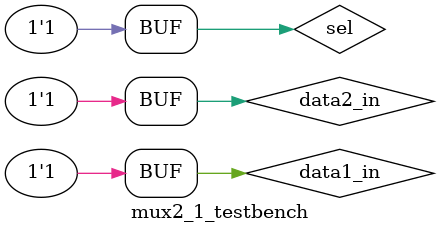
<source format=sv>
`timescale 1ns/10ps
module mux2_1 (data1_in, data2_in, data_out, sel);

	input logic data1_in, data2_in;
	input logic sel;
	output logic data_out;
	logic temp, temp1, temp2;
	
	not #0.05 not_1(temp, sel);
	and #0.05 and_1(temp1, data1_in, temp);
	and #0.05 and_2(temp2, data2_in, sel);
	or #0.05 or_1(data_out, temp1, temp2);
endmodule

module mux2_1_testbench ();

	logic data1_in, data2_in;
	logic sel;
	logic data_out;
	
	mux2_1 dut(.data1_in, .data2_in, .data_out, .sel);
	
	initial begin
		data1_in = 1'b0; data2_in = 1'b0; sel = 1'b0; #10;
		data1_in = 1'b0; data2_in = 1'b0; sel = 1'b1; #10;
		data1_in = 1'b0; data2_in = 1'b1; sel = 1'b0; #10;
		data1_in = 1'b0; data2_in = 1'b1; sel = 1'b1; #10;
		data1_in = 1'b1; data2_in = 1'b0; sel = 1'b0; #10;
		data1_in = 1'b1; data2_in = 1'b0; sel = 1'b1; #10;
		data1_in = 1'b1; data2_in = 1'b1; sel = 1'b0; #10;
		data1_in = 1'b1; data2_in = 1'b1; sel = 1'b1; #10;
	end
endmodule

</source>
